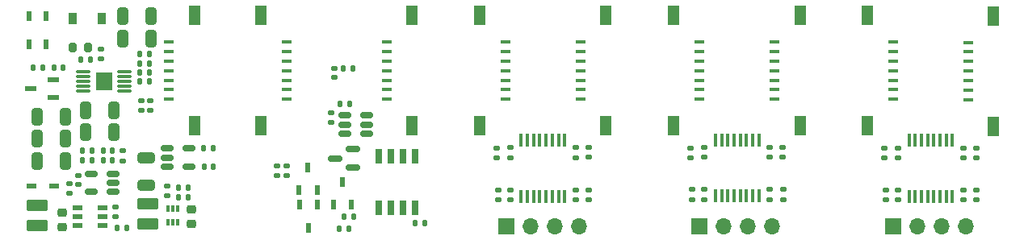
<source format=gbr>
%TF.GenerationSoftware,KiCad,Pcbnew,7.0.5*%
%TF.CreationDate,2024-05-30T09:30:06-05:00*%
%TF.ProjectId,wrist_ems_12_electrodes,77726973-745f-4656-9d73-5f31325f656c,rev?*%
%TF.SameCoordinates,Original*%
%TF.FileFunction,Soldermask,Top*%
%TF.FilePolarity,Negative*%
%FSLAX46Y46*%
G04 Gerber Fmt 4.6, Leading zero omitted, Abs format (unit mm)*
G04 Created by KiCad (PCBNEW 7.0.5) date 2024-05-30 09:30:06*
%MOMM*%
%LPD*%
G01*
G04 APERTURE LIST*
G04 Aperture macros list*
%AMRoundRect*
0 Rectangle with rounded corners*
0 $1 Rounding radius*
0 $2 $3 $4 $5 $6 $7 $8 $9 X,Y pos of 4 corners*
0 Add a 4 corners polygon primitive as box body*
4,1,4,$2,$3,$4,$5,$6,$7,$8,$9,$2,$3,0*
0 Add four circle primitives for the rounded corners*
1,1,$1+$1,$2,$3*
1,1,$1+$1,$4,$5*
1,1,$1+$1,$6,$7*
1,1,$1+$1,$8,$9*
0 Add four rect primitives between the rounded corners*
20,1,$1+$1,$2,$3,$4,$5,0*
20,1,$1+$1,$4,$5,$6,$7,0*
20,1,$1+$1,$6,$7,$8,$9,0*
20,1,$1+$1,$8,$9,$2,$3,0*%
G04 Aperture macros list end*
%ADD10RoundRect,0.135000X0.135000X0.185000X-0.135000X0.185000X-0.135000X-0.185000X0.135000X-0.185000X0*%
%ADD11R,1.100000X0.550000*%
%ADD12R,1.000000X0.500000*%
%ADD13RoundRect,0.135000X-0.135000X-0.185000X0.135000X-0.185000X0.135000X0.185000X-0.135000X0.185000X0*%
%ADD14RoundRect,0.135000X-0.185000X0.135000X-0.185000X-0.135000X0.185000X-0.135000X0.185000X0.135000X0*%
%ADD15R,0.600000X1.000000*%
%ADD16R,0.340000X0.700000*%
%ADD17RoundRect,0.150000X-0.512500X-0.150000X0.512500X-0.150000X0.512500X0.150000X-0.512500X0.150000X0*%
%ADD18RoundRect,0.250000X-0.325000X-0.650000X0.325000X-0.650000X0.325000X0.650000X-0.325000X0.650000X0*%
%ADD19RoundRect,0.135000X0.185000X-0.135000X0.185000X0.135000X-0.185000X0.135000X-0.185000X-0.135000X0*%
%ADD20R,1.000000X0.400000*%
%ADD21R,1.300000X2.000000*%
%ADD22RoundRect,0.075000X0.650000X0.075000X-0.650000X0.075000X-0.650000X-0.075000X0.650000X-0.075000X0*%
%ADD23R,1.680000X1.880000*%
%ADD24RoundRect,0.150000X0.512500X0.150000X-0.512500X0.150000X-0.512500X-0.150000X0.512500X-0.150000X0*%
%ADD25RoundRect,0.250000X0.325000X0.650000X-0.325000X0.650000X-0.325000X-0.650000X0.325000X-0.650000X0*%
%ADD26R,1.700000X1.700000*%
%ADD27O,1.700000X1.700000*%
%ADD28RoundRect,0.200000X0.200000X0.275000X-0.200000X0.275000X-0.200000X-0.275000X0.200000X-0.275000X0*%
%ADD29R,0.550000X1.000000*%
%ADD30R,0.850000X1.200000*%
%ADD31RoundRect,0.250000X0.650000X-0.325000X0.650000X0.325000X-0.650000X0.325000X-0.650000X-0.325000X0*%
%ADD32R,0.650000X1.526000*%
%ADD33RoundRect,0.140000X-0.140000X-0.170000X0.140000X-0.170000X0.140000X0.170000X-0.140000X0.170000X0*%
%ADD34RoundRect,0.140000X0.170000X-0.140000X0.170000X0.140000X-0.170000X0.140000X-0.170000X-0.140000X0*%
%ADD35R,0.450000X1.475000*%
%ADD36RoundRect,0.140000X0.140000X0.170000X-0.140000X0.170000X-0.140000X-0.170000X0.140000X-0.170000X0*%
%ADD37RoundRect,0.225000X0.250000X-0.225000X0.250000X0.225000X-0.250000X0.225000X-0.250000X-0.225000X0*%
%ADD38RoundRect,0.250000X0.850000X-0.375000X0.850000X0.375000X-0.850000X0.375000X-0.850000X-0.375000X0*%
%ADD39RoundRect,0.150000X0.587500X0.150000X-0.587500X0.150000X-0.587500X-0.150000X0.587500X-0.150000X0*%
%ADD40R,1.300000X0.600000*%
%ADD41RoundRect,0.225000X-0.250000X0.225000X-0.250000X-0.225000X0.250000X-0.225000X0.250000X0.225000X0*%
G04 APERTURE END LIST*
D10*
%TO.C,R42*%
X113616200Y-100101400D03*
X112596200Y-100101400D03*
%TD*%
D11*
%TO.C,Q6*%
X87812400Y-99781400D03*
X87812400Y-98831400D03*
X87812400Y-97881400D03*
X85212400Y-97881400D03*
X85212400Y-98831400D03*
X85212400Y-99781400D03*
%TD*%
D12*
%TO.C,D2*%
X82750000Y-95600000D03*
X80350000Y-95600000D03*
%TD*%
D13*
%TO.C,R46*%
X89329800Y-100025200D03*
X90349800Y-100025200D03*
%TD*%
D14*
%TO.C,R31*%
X89962500Y-91940000D03*
X89962500Y-92960000D03*
%TD*%
%TO.C,R21*%
X169758800Y-91635200D03*
X169758800Y-92655200D03*
%TD*%
D15*
%TO.C,Q5*%
X112034400Y-97586800D03*
X113944400Y-97586800D03*
X112989400Y-95186800D03*
%TD*%
D14*
%TO.C,R26*%
X178064600Y-91621900D03*
X178064600Y-92641900D03*
%TD*%
D10*
%TO.C,R39*%
X114048000Y-83261200D03*
X113028000Y-83261200D03*
%TD*%
D16*
%TO.C,U8*%
X94711300Y-99454400D03*
X95211300Y-99454400D03*
X95711300Y-99454400D03*
X95711300Y-97954400D03*
X95211300Y-97954400D03*
X94711300Y-97954400D03*
%TD*%
D17*
%TO.C,U1*%
X94590700Y-91683100D03*
X94590700Y-92633100D03*
X94590700Y-93583100D03*
X96865700Y-93583100D03*
X96865700Y-91683100D03*
%TD*%
D18*
%TO.C,C12*%
X89975000Y-77800000D03*
X92925000Y-77800000D03*
%TD*%
D19*
%TO.C,R2*%
X91871800Y-87682800D03*
X91871800Y-86662800D03*
%TD*%
D14*
%TO.C,R44*%
X106146600Y-93546200D03*
X106146600Y-94566200D03*
%TD*%
%TO.C,R23*%
X169936600Y-96029400D03*
X169936600Y-97049400D03*
%TD*%
D20*
%TO.C,J6*%
X150401000Y-80498600D03*
X150401000Y-81498600D03*
X150401000Y-82498600D03*
X150401000Y-83498600D03*
X150401000Y-84498600D03*
X150401000Y-85498600D03*
X150401000Y-86498600D03*
D21*
X147701000Y-77698600D03*
X147701000Y-89298600D03*
%TD*%
D22*
%TO.C,U6*%
X90123800Y-85620000D03*
X90123800Y-85120000D03*
X90123800Y-84620000D03*
X90123800Y-84120000D03*
X90123800Y-83620000D03*
X85823800Y-83620000D03*
X85823800Y-84120000D03*
X85823800Y-84620000D03*
X85823800Y-85120000D03*
X85823800Y-85620000D03*
D23*
X87973800Y-84620000D03*
%TD*%
D24*
%TO.C,U9*%
X88950000Y-96237500D03*
X88950000Y-95287500D03*
X88950000Y-94337500D03*
X86675000Y-94337500D03*
X86675000Y-96237500D03*
%TD*%
D13*
%TO.C,R41*%
X120610000Y-99500000D03*
X121630000Y-99500000D03*
%TD*%
D20*
%TO.C,J4*%
X117594400Y-86498600D03*
X117594400Y-85498600D03*
X117594400Y-84498600D03*
X117594400Y-83498600D03*
X117594400Y-82498600D03*
X117594400Y-81498600D03*
X117594400Y-80498600D03*
D21*
X120294400Y-89298600D03*
X120294400Y-77698600D03*
%TD*%
D20*
%TO.C,J13*%
X178554400Y-86524000D03*
X178554400Y-85524000D03*
X178554400Y-84524000D03*
X178554400Y-83524000D03*
X178554400Y-82524000D03*
X178554400Y-81524000D03*
X178554400Y-80524000D03*
D21*
X181254400Y-89324000D03*
X181254400Y-77724000D03*
%TD*%
D25*
%TO.C,C4*%
X83912500Y-90650000D03*
X80962500Y-90650000D03*
%TD*%
D13*
%TO.C,R29*%
X85681200Y-92881800D03*
X86701200Y-92881800D03*
%TD*%
D10*
%TO.C,R28*%
X92724100Y-83693000D03*
X91704100Y-83693000D03*
%TD*%
D14*
%TO.C,R17*%
X157795400Y-96004000D03*
X157795400Y-97024000D03*
%TD*%
D26*
%TO.C,J10*%
X170688000Y-99847400D03*
D27*
X173228000Y-99847400D03*
X175768000Y-99847400D03*
X178308000Y-99847400D03*
%TD*%
D28*
%TO.C,R33*%
X86321400Y-81051400D03*
X84671400Y-81051400D03*
%TD*%
D29*
%TO.C,T1*%
X80111600Y-77724000D03*
X81881600Y-77724000D03*
X81881600Y-80724000D03*
X80111600Y-80724000D03*
%TD*%
D14*
%TO.C,R24*%
X179461600Y-96029400D03*
X179461600Y-97049400D03*
%TD*%
%TO.C,R7*%
X129286000Y-96010000D03*
X129286000Y-97030000D03*
%TD*%
%TO.C,R13*%
X149464200Y-91609800D03*
X149464200Y-92629800D03*
%TD*%
D30*
%TO.C,D1*%
X87725000Y-78000000D03*
X84675000Y-78000000D03*
%TD*%
D31*
%TO.C,C18*%
X92379800Y-95582000D03*
X92379800Y-92632000D03*
%TD*%
D20*
%TO.C,J11*%
X137914400Y-86498600D03*
X137914400Y-85498600D03*
X137914400Y-84498600D03*
X137914400Y-83498600D03*
X137914400Y-82498600D03*
X137914400Y-81498600D03*
X137914400Y-80498600D03*
D21*
X140614400Y-89298600D03*
X140614400Y-77698600D03*
%TD*%
D10*
%TO.C,R40*%
X114175000Y-98856800D03*
X113155000Y-98856800D03*
%TD*%
D19*
%TO.C,R51*%
X94576300Y-96674400D03*
X94576300Y-95654400D03*
%TD*%
D13*
%TO.C,R50*%
X95742700Y-96799400D03*
X96762700Y-96799400D03*
%TD*%
D18*
%TO.C,C3*%
X86069000Y-89966800D03*
X89019000Y-89966800D03*
%TD*%
D25*
%TO.C,C2*%
X83925000Y-88312500D03*
X80975000Y-88312500D03*
%TD*%
D14*
%TO.C,R20*%
X171232000Y-91621900D03*
X171232000Y-92641900D03*
%TD*%
D32*
%TO.C,IC25*%
X120600000Y-92490000D03*
X119330000Y-92490000D03*
X118060000Y-92490000D03*
X116790000Y-92490000D03*
X116790000Y-97914000D03*
X118060000Y-97914000D03*
X119330000Y-97914000D03*
X120600000Y-97914000D03*
%TD*%
D33*
%TO.C,C10*%
X82727200Y-83140000D03*
X83687200Y-83140000D03*
%TD*%
D34*
%TO.C,C13*%
X112090200Y-84198400D03*
X112090200Y-83238400D03*
%TD*%
D35*
%TO.C,U5*%
X172372300Y-96708800D03*
X173022300Y-96708800D03*
X173672300Y-96708800D03*
X174322300Y-96708800D03*
X174972300Y-96708800D03*
X175622300Y-96708800D03*
X176272300Y-96708800D03*
X176922300Y-96708800D03*
X176922300Y-90832800D03*
X176272300Y-90832800D03*
X175622300Y-90832800D03*
X174972300Y-90832800D03*
X174322300Y-90832800D03*
X173672300Y-90832800D03*
X173022300Y-90832800D03*
X172372300Y-90832800D03*
%TD*%
D14*
%TO.C,R4*%
X130581400Y-91602500D03*
X130581400Y-92622500D03*
%TD*%
D20*
%TO.C,J3*%
X107160000Y-80500000D03*
X107160000Y-81500000D03*
X107160000Y-82500000D03*
X107160000Y-83500000D03*
X107160000Y-84500000D03*
X107160000Y-85500000D03*
X107160000Y-86500000D03*
D21*
X104460000Y-77700000D03*
X104460000Y-89300000D03*
%TD*%
D15*
%TO.C,Q4*%
X110352800Y-97606000D03*
X108442800Y-97606000D03*
X109397800Y-100006000D03*
%TD*%
D14*
%TO.C,R8*%
X138811000Y-96010000D03*
X138811000Y-97030000D03*
%TD*%
D26*
%TO.C,J8*%
X130175000Y-99822000D03*
D27*
X132715000Y-99822000D03*
X135255000Y-99822000D03*
X137795000Y-99822000D03*
%TD*%
D35*
%TO.C,U4*%
X152077700Y-96683400D03*
X152727700Y-96683400D03*
X153377700Y-96683400D03*
X154027700Y-96683400D03*
X154677700Y-96683400D03*
X155327700Y-96683400D03*
X155977700Y-96683400D03*
X156627700Y-96683400D03*
X156627700Y-90807400D03*
X155977700Y-90807400D03*
X155327700Y-90807400D03*
X154677700Y-90807400D03*
X154027700Y-90807400D03*
X153377700Y-90807400D03*
X152727700Y-90807400D03*
X152077700Y-90807400D03*
%TD*%
D10*
%TO.C,R30*%
X86701200Y-91916600D03*
X85681200Y-91916600D03*
%TD*%
D14*
%TO.C,R27*%
X179436200Y-91609800D03*
X179436200Y-92629800D03*
%TD*%
D36*
%TO.C,C6*%
X88867700Y-92881800D03*
X87907700Y-92881800D03*
%TD*%
D14*
%TO.C,R14*%
X150937400Y-96004000D03*
X150937400Y-97024000D03*
%TD*%
D13*
%TO.C,R32*%
X85519800Y-82296000D03*
X86539800Y-82296000D03*
%TD*%
D19*
%TO.C,R43*%
X107111800Y-94540800D03*
X107111800Y-93520800D03*
%TD*%
D37*
%TO.C,C14*%
X97167100Y-99631800D03*
X97167100Y-98081800D03*
%TD*%
D38*
%TO.C,L1*%
X80949800Y-99775000D03*
X80949800Y-97625000D03*
%TD*%
D20*
%TO.C,J7*%
X170695600Y-80492600D03*
X170695600Y-81492600D03*
X170695600Y-82492600D03*
X170695600Y-83492600D03*
X170695600Y-84492600D03*
X170695600Y-85492600D03*
X170695600Y-86492600D03*
D21*
X167995600Y-77692600D03*
X167995600Y-89292600D03*
%TD*%
D14*
%TO.C,R25*%
X178090000Y-96029400D03*
X178090000Y-97049400D03*
%TD*%
%TO.C,R12*%
X150937400Y-91596500D03*
X150937400Y-92616500D03*
%TD*%
D13*
%TO.C,R35*%
X91704100Y-81762600D03*
X92724100Y-81762600D03*
%TD*%
%TO.C,R34*%
X80512800Y-83140000D03*
X81532800Y-83140000D03*
%TD*%
D20*
%TO.C,J2*%
X94750000Y-86500000D03*
X94750000Y-85500000D03*
X94750000Y-84500000D03*
X94750000Y-83500000D03*
X94750000Y-82500000D03*
X94750000Y-81500000D03*
X94750000Y-80500000D03*
D21*
X97450000Y-89300000D03*
X97450000Y-77700000D03*
%TD*%
D39*
%TO.C,Q3*%
X114069100Y-93660000D03*
X114069100Y-91760000D03*
X112194100Y-92710000D03*
%TD*%
D36*
%TO.C,C1*%
X99413000Y-93624400D03*
X98453000Y-93624400D03*
%TD*%
D15*
%TO.C,Q2*%
X108417400Y-96069000D03*
X110327400Y-96069000D03*
X109372400Y-93669000D03*
%TD*%
D10*
%TO.C,R37*%
X113747500Y-86962500D03*
X112727500Y-86962500D03*
%TD*%
%TO.C,R36*%
X92724100Y-82727800D03*
X91704100Y-82727800D03*
%TD*%
D25*
%TO.C,C17*%
X83912500Y-92990000D03*
X80962500Y-92990000D03*
%TD*%
D20*
%TO.C,J12*%
X158259800Y-86498600D03*
X158259800Y-85498600D03*
X158259800Y-84498600D03*
X158259800Y-83498600D03*
X158259800Y-82498600D03*
X158259800Y-81498600D03*
X158259800Y-80498600D03*
D21*
X160959800Y-89298600D03*
X160959800Y-77698600D03*
%TD*%
D14*
%TO.C,R9*%
X137439400Y-96010000D03*
X137439400Y-97030000D03*
%TD*%
%TO.C,R16*%
X159167000Y-96004000D03*
X159167000Y-97024000D03*
%TD*%
%TO.C,R11*%
X138785600Y-91590400D03*
X138785600Y-92610400D03*
%TD*%
D20*
%TO.C,J5*%
X130043600Y-80500000D03*
X130043600Y-81500000D03*
X130043600Y-82500000D03*
X130043600Y-83500000D03*
X130043600Y-84500000D03*
X130043600Y-85500000D03*
X130043600Y-86500000D03*
D21*
X127343600Y-77700000D03*
X127343600Y-89300000D03*
%TD*%
D14*
%TO.C,R48*%
X84350000Y-95392500D03*
X84350000Y-96412500D03*
%TD*%
D18*
%TO.C,C8*%
X86078800Y-87655400D03*
X89028800Y-87655400D03*
%TD*%
D34*
%TO.C,C9*%
X87655400Y-82217200D03*
X87655400Y-81257200D03*
%TD*%
D14*
%TO.C,R6*%
X130581400Y-96010000D03*
X130581400Y-97030000D03*
%TD*%
D19*
%TO.C,R1*%
X92862400Y-87682800D03*
X92862400Y-86662800D03*
%TD*%
D14*
%TO.C,R18*%
X157770000Y-91596500D03*
X157770000Y-92616500D03*
%TD*%
D33*
%TO.C,C5*%
X91747400Y-84632800D03*
X92707400Y-84632800D03*
%TD*%
D14*
%TO.C,R19*%
X159141600Y-91584400D03*
X159141600Y-92604400D03*
%TD*%
D38*
%TO.C,L2*%
X92583000Y-99627000D03*
X92583000Y-97477000D03*
%TD*%
D26*
%TO.C,J9*%
X150393400Y-99822000D03*
D27*
X152933400Y-99822000D03*
X155473400Y-99822000D03*
X158013400Y-99822000D03*
%TD*%
D13*
%TO.C,R49*%
X95742700Y-95783400D03*
X96762700Y-95783400D03*
%TD*%
D14*
%TO.C,R10*%
X137414000Y-91602500D03*
X137414000Y-92622500D03*
%TD*%
%TO.C,R15*%
X149642000Y-96004000D03*
X149642000Y-97024000D03*
%TD*%
%TO.C,R5*%
X129108200Y-91615800D03*
X129108200Y-92635800D03*
%TD*%
D24*
%TO.C,U7*%
X115488300Y-90104000D03*
X115488300Y-89154000D03*
X115488300Y-88204000D03*
X113213300Y-88204000D03*
X113213300Y-89154000D03*
X113213300Y-90104000D03*
%TD*%
D18*
%TO.C,C11*%
X89975000Y-80112500D03*
X92925000Y-80112500D03*
%TD*%
D36*
%TO.C,C7*%
X88867700Y-91916600D03*
X87907700Y-91916600D03*
%TD*%
D14*
%TO.C,R22*%
X171232000Y-96029400D03*
X171232000Y-97049400D03*
%TD*%
D35*
%TO.C,U3*%
X131721700Y-96689400D03*
X132371700Y-96689400D03*
X133021700Y-96689400D03*
X133671700Y-96689400D03*
X134321700Y-96689400D03*
X134971700Y-96689400D03*
X135621700Y-96689400D03*
X136271700Y-96689400D03*
X136271700Y-90813400D03*
X135621700Y-90813400D03*
X134971700Y-90813400D03*
X134321700Y-90813400D03*
X133671700Y-90813400D03*
X133021700Y-90813400D03*
X132371700Y-90813400D03*
X131721700Y-90813400D03*
%TD*%
D34*
%TO.C,C16*%
X85290000Y-95492500D03*
X85290000Y-94532500D03*
%TD*%
D40*
%TO.C,Q1*%
X82680000Y-86310000D03*
X82680000Y-84410000D03*
X80280000Y-85360000D03*
%TD*%
D19*
%TO.C,R45*%
X89179400Y-98808000D03*
X89179400Y-97788000D03*
%TD*%
D41*
%TO.C,C15*%
X83591400Y-98386600D03*
X83591400Y-99936600D03*
%TD*%
D19*
%TO.C,R38*%
X111787500Y-88910000D03*
X111787500Y-87890000D03*
%TD*%
D13*
%TO.C,R3*%
X98444000Y-91643200D03*
X99464000Y-91643200D03*
%TD*%
M02*

</source>
